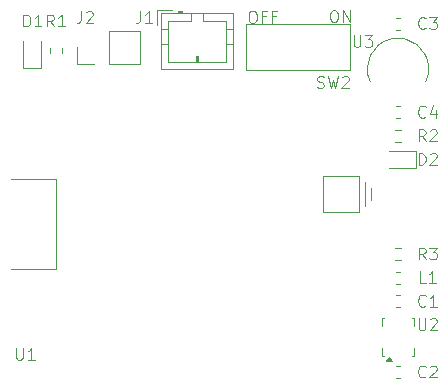
<source format=gbr>
%TF.GenerationSoftware,KiCad,Pcbnew,9.0.6*%
%TF.CreationDate,2026-02-27T13:09:19-08:00*%
%TF.ProjectId,C3_GestureDriver,43335f47-6573-4747-9572-654472697665,rev?*%
%TF.SameCoordinates,Original*%
%TF.FileFunction,Legend,Top*%
%TF.FilePolarity,Positive*%
%FSLAX46Y46*%
G04 Gerber Fmt 4.6, Leading zero omitted, Abs format (unit mm)*
G04 Created by KiCad (PCBNEW 9.0.6) date 2026-02-27 13:09:19*
%MOMM*%
%LPD*%
G01*
G04 APERTURE LIST*
%ADD10C,0.100000*%
%ADD11C,0.120000*%
G04 APERTURE END LIST*
D10*
X70594360Y-117922419D02*
X70784836Y-117922419D01*
X70784836Y-117922419D02*
X70880074Y-117970038D01*
X70880074Y-117970038D02*
X70975312Y-118065276D01*
X70975312Y-118065276D02*
X71022931Y-118255752D01*
X71022931Y-118255752D02*
X71022931Y-118589085D01*
X71022931Y-118589085D02*
X70975312Y-118779561D01*
X70975312Y-118779561D02*
X70880074Y-118874800D01*
X70880074Y-118874800D02*
X70784836Y-118922419D01*
X70784836Y-118922419D02*
X70594360Y-118922419D01*
X70594360Y-118922419D02*
X70499122Y-118874800D01*
X70499122Y-118874800D02*
X70403884Y-118779561D01*
X70403884Y-118779561D02*
X70356265Y-118589085D01*
X70356265Y-118589085D02*
X70356265Y-118255752D01*
X70356265Y-118255752D02*
X70403884Y-118065276D01*
X70403884Y-118065276D02*
X70499122Y-117970038D01*
X70499122Y-117970038D02*
X70594360Y-117922419D01*
X71784836Y-118398609D02*
X71451503Y-118398609D01*
X71451503Y-118922419D02*
X71451503Y-117922419D01*
X71451503Y-117922419D02*
X71927693Y-117922419D01*
X72641979Y-118398609D02*
X72308646Y-118398609D01*
X72308646Y-118922419D02*
X72308646Y-117922419D01*
X72308646Y-117922419D02*
X72784836Y-117922419D01*
X77494360Y-117872419D02*
X77684836Y-117872419D01*
X77684836Y-117872419D02*
X77780074Y-117920038D01*
X77780074Y-117920038D02*
X77875312Y-118015276D01*
X77875312Y-118015276D02*
X77922931Y-118205752D01*
X77922931Y-118205752D02*
X77922931Y-118539085D01*
X77922931Y-118539085D02*
X77875312Y-118729561D01*
X77875312Y-118729561D02*
X77780074Y-118824800D01*
X77780074Y-118824800D02*
X77684836Y-118872419D01*
X77684836Y-118872419D02*
X77494360Y-118872419D01*
X77494360Y-118872419D02*
X77399122Y-118824800D01*
X77399122Y-118824800D02*
X77303884Y-118729561D01*
X77303884Y-118729561D02*
X77256265Y-118539085D01*
X77256265Y-118539085D02*
X77256265Y-118205752D01*
X77256265Y-118205752D02*
X77303884Y-118015276D01*
X77303884Y-118015276D02*
X77399122Y-117920038D01*
X77399122Y-117920038D02*
X77494360Y-117872419D01*
X78351503Y-118872419D02*
X78351503Y-117872419D01*
X78351503Y-117872419D02*
X78922931Y-118872419D01*
X78922931Y-118872419D02*
X78922931Y-117872419D01*
X85333333Y-119362180D02*
X85285714Y-119409800D01*
X85285714Y-119409800D02*
X85142857Y-119457419D01*
X85142857Y-119457419D02*
X85047619Y-119457419D01*
X85047619Y-119457419D02*
X84904762Y-119409800D01*
X84904762Y-119409800D02*
X84809524Y-119314561D01*
X84809524Y-119314561D02*
X84761905Y-119219323D01*
X84761905Y-119219323D02*
X84714286Y-119028847D01*
X84714286Y-119028847D02*
X84714286Y-118885990D01*
X84714286Y-118885990D02*
X84761905Y-118695514D01*
X84761905Y-118695514D02*
X84809524Y-118600276D01*
X84809524Y-118600276D02*
X84904762Y-118505038D01*
X84904762Y-118505038D02*
X85047619Y-118457419D01*
X85047619Y-118457419D02*
X85142857Y-118457419D01*
X85142857Y-118457419D02*
X85285714Y-118505038D01*
X85285714Y-118505038D02*
X85333333Y-118552657D01*
X85666667Y-118457419D02*
X86285714Y-118457419D01*
X86285714Y-118457419D02*
X85952381Y-118838371D01*
X85952381Y-118838371D02*
X86095238Y-118838371D01*
X86095238Y-118838371D02*
X86190476Y-118885990D01*
X86190476Y-118885990D02*
X86238095Y-118933609D01*
X86238095Y-118933609D02*
X86285714Y-119028847D01*
X86285714Y-119028847D02*
X86285714Y-119266942D01*
X86285714Y-119266942D02*
X86238095Y-119362180D01*
X86238095Y-119362180D02*
X86190476Y-119409800D01*
X86190476Y-119409800D02*
X86095238Y-119457419D01*
X86095238Y-119457419D02*
X85809524Y-119457419D01*
X85809524Y-119457419D02*
X85714286Y-119409800D01*
X85714286Y-119409800D02*
X85666667Y-119362180D01*
X84738095Y-143957419D02*
X84738095Y-144766942D01*
X84738095Y-144766942D02*
X84785714Y-144862180D01*
X84785714Y-144862180D02*
X84833333Y-144909800D01*
X84833333Y-144909800D02*
X84928571Y-144957419D01*
X84928571Y-144957419D02*
X85119047Y-144957419D01*
X85119047Y-144957419D02*
X85214285Y-144909800D01*
X85214285Y-144909800D02*
X85261904Y-144862180D01*
X85261904Y-144862180D02*
X85309523Y-144766942D01*
X85309523Y-144766942D02*
X85309523Y-143957419D01*
X85738095Y-144052657D02*
X85785714Y-144005038D01*
X85785714Y-144005038D02*
X85880952Y-143957419D01*
X85880952Y-143957419D02*
X86119047Y-143957419D01*
X86119047Y-143957419D02*
X86214285Y-144005038D01*
X86214285Y-144005038D02*
X86261904Y-144052657D01*
X86261904Y-144052657D02*
X86309523Y-144147895D01*
X86309523Y-144147895D02*
X86309523Y-144243133D01*
X86309523Y-144243133D02*
X86261904Y-144385990D01*
X86261904Y-144385990D02*
X85690476Y-144957419D01*
X85690476Y-144957419D02*
X86309523Y-144957419D01*
X50658095Y-146457419D02*
X50658095Y-147266942D01*
X50658095Y-147266942D02*
X50705714Y-147362180D01*
X50705714Y-147362180D02*
X50753333Y-147409800D01*
X50753333Y-147409800D02*
X50848571Y-147457419D01*
X50848571Y-147457419D02*
X51039047Y-147457419D01*
X51039047Y-147457419D02*
X51134285Y-147409800D01*
X51134285Y-147409800D02*
X51181904Y-147362180D01*
X51181904Y-147362180D02*
X51229523Y-147266942D01*
X51229523Y-147266942D02*
X51229523Y-146457419D01*
X52229523Y-147457419D02*
X51658095Y-147457419D01*
X51943809Y-147457419D02*
X51943809Y-146457419D01*
X51943809Y-146457419D02*
X51848571Y-146600276D01*
X51848571Y-146600276D02*
X51753333Y-146695514D01*
X51753333Y-146695514D02*
X51658095Y-146743133D01*
X84761905Y-130957419D02*
X84761905Y-129957419D01*
X84761905Y-129957419D02*
X85000000Y-129957419D01*
X85000000Y-129957419D02*
X85142857Y-130005038D01*
X85142857Y-130005038D02*
X85238095Y-130100276D01*
X85238095Y-130100276D02*
X85285714Y-130195514D01*
X85285714Y-130195514D02*
X85333333Y-130385990D01*
X85333333Y-130385990D02*
X85333333Y-130528847D01*
X85333333Y-130528847D02*
X85285714Y-130719323D01*
X85285714Y-130719323D02*
X85238095Y-130814561D01*
X85238095Y-130814561D02*
X85142857Y-130909800D01*
X85142857Y-130909800D02*
X85000000Y-130957419D01*
X85000000Y-130957419D02*
X84761905Y-130957419D01*
X85714286Y-130052657D02*
X85761905Y-130005038D01*
X85761905Y-130005038D02*
X85857143Y-129957419D01*
X85857143Y-129957419D02*
X86095238Y-129957419D01*
X86095238Y-129957419D02*
X86190476Y-130005038D01*
X86190476Y-130005038D02*
X86238095Y-130052657D01*
X86238095Y-130052657D02*
X86285714Y-130147895D01*
X86285714Y-130147895D02*
X86285714Y-130243133D01*
X86285714Y-130243133D02*
X86238095Y-130385990D01*
X86238095Y-130385990D02*
X85666667Y-130957419D01*
X85666667Y-130957419D02*
X86285714Y-130957419D01*
X85333333Y-140957419D02*
X84857143Y-140957419D01*
X84857143Y-140957419D02*
X84857143Y-139957419D01*
X86190476Y-140957419D02*
X85619048Y-140957419D01*
X85904762Y-140957419D02*
X85904762Y-139957419D01*
X85904762Y-139957419D02*
X85809524Y-140100276D01*
X85809524Y-140100276D02*
X85714286Y-140195514D01*
X85714286Y-140195514D02*
X85619048Y-140243133D01*
X51280655Y-119244919D02*
X51280655Y-118244919D01*
X51280655Y-118244919D02*
X51518750Y-118244919D01*
X51518750Y-118244919D02*
X51661607Y-118292538D01*
X51661607Y-118292538D02*
X51756845Y-118387776D01*
X51756845Y-118387776D02*
X51804464Y-118483014D01*
X51804464Y-118483014D02*
X51852083Y-118673490D01*
X51852083Y-118673490D02*
X51852083Y-118816347D01*
X51852083Y-118816347D02*
X51804464Y-119006823D01*
X51804464Y-119006823D02*
X51756845Y-119102061D01*
X51756845Y-119102061D02*
X51661607Y-119197300D01*
X51661607Y-119197300D02*
X51518750Y-119244919D01*
X51518750Y-119244919D02*
X51280655Y-119244919D01*
X52804464Y-119244919D02*
X52233036Y-119244919D01*
X52518750Y-119244919D02*
X52518750Y-118244919D01*
X52518750Y-118244919D02*
X52423512Y-118387776D01*
X52423512Y-118387776D02*
X52328274Y-118483014D01*
X52328274Y-118483014D02*
X52233036Y-118530633D01*
X85333333Y-142862180D02*
X85285714Y-142909800D01*
X85285714Y-142909800D02*
X85142857Y-142957419D01*
X85142857Y-142957419D02*
X85047619Y-142957419D01*
X85047619Y-142957419D02*
X84904762Y-142909800D01*
X84904762Y-142909800D02*
X84809524Y-142814561D01*
X84809524Y-142814561D02*
X84761905Y-142719323D01*
X84761905Y-142719323D02*
X84714286Y-142528847D01*
X84714286Y-142528847D02*
X84714286Y-142385990D01*
X84714286Y-142385990D02*
X84761905Y-142195514D01*
X84761905Y-142195514D02*
X84809524Y-142100276D01*
X84809524Y-142100276D02*
X84904762Y-142005038D01*
X84904762Y-142005038D02*
X85047619Y-141957419D01*
X85047619Y-141957419D02*
X85142857Y-141957419D01*
X85142857Y-141957419D02*
X85285714Y-142005038D01*
X85285714Y-142005038D02*
X85333333Y-142052657D01*
X86285714Y-142957419D02*
X85714286Y-142957419D01*
X86000000Y-142957419D02*
X86000000Y-141957419D01*
X86000000Y-141957419D02*
X85904762Y-142100276D01*
X85904762Y-142100276D02*
X85809524Y-142195514D01*
X85809524Y-142195514D02*
X85714286Y-142243133D01*
X61166666Y-117957419D02*
X61166666Y-118671704D01*
X61166666Y-118671704D02*
X61119047Y-118814561D01*
X61119047Y-118814561D02*
X61023809Y-118909800D01*
X61023809Y-118909800D02*
X60880952Y-118957419D01*
X60880952Y-118957419D02*
X60785714Y-118957419D01*
X62166666Y-118957419D02*
X61595238Y-118957419D01*
X61880952Y-118957419D02*
X61880952Y-117957419D01*
X61880952Y-117957419D02*
X61785714Y-118100276D01*
X61785714Y-118100276D02*
X61690476Y-118195514D01*
X61690476Y-118195514D02*
X61595238Y-118243133D01*
X85333333Y-138957419D02*
X85000000Y-138481228D01*
X84761905Y-138957419D02*
X84761905Y-137957419D01*
X84761905Y-137957419D02*
X85142857Y-137957419D01*
X85142857Y-137957419D02*
X85238095Y-138005038D01*
X85238095Y-138005038D02*
X85285714Y-138052657D01*
X85285714Y-138052657D02*
X85333333Y-138147895D01*
X85333333Y-138147895D02*
X85333333Y-138290752D01*
X85333333Y-138290752D02*
X85285714Y-138385990D01*
X85285714Y-138385990D02*
X85238095Y-138433609D01*
X85238095Y-138433609D02*
X85142857Y-138481228D01*
X85142857Y-138481228D02*
X84761905Y-138481228D01*
X85666667Y-137957419D02*
X86285714Y-137957419D01*
X86285714Y-137957419D02*
X85952381Y-138338371D01*
X85952381Y-138338371D02*
X86095238Y-138338371D01*
X86095238Y-138338371D02*
X86190476Y-138385990D01*
X86190476Y-138385990D02*
X86238095Y-138433609D01*
X86238095Y-138433609D02*
X86285714Y-138528847D01*
X86285714Y-138528847D02*
X86285714Y-138766942D01*
X86285714Y-138766942D02*
X86238095Y-138862180D01*
X86238095Y-138862180D02*
X86190476Y-138909800D01*
X86190476Y-138909800D02*
X86095238Y-138957419D01*
X86095238Y-138957419D02*
X85809524Y-138957419D01*
X85809524Y-138957419D02*
X85714286Y-138909800D01*
X85714286Y-138909800D02*
X85666667Y-138862180D01*
X76166667Y-124409800D02*
X76309524Y-124457419D01*
X76309524Y-124457419D02*
X76547619Y-124457419D01*
X76547619Y-124457419D02*
X76642857Y-124409800D01*
X76642857Y-124409800D02*
X76690476Y-124362180D01*
X76690476Y-124362180D02*
X76738095Y-124266942D01*
X76738095Y-124266942D02*
X76738095Y-124171704D01*
X76738095Y-124171704D02*
X76690476Y-124076466D01*
X76690476Y-124076466D02*
X76642857Y-124028847D01*
X76642857Y-124028847D02*
X76547619Y-123981228D01*
X76547619Y-123981228D02*
X76357143Y-123933609D01*
X76357143Y-123933609D02*
X76261905Y-123885990D01*
X76261905Y-123885990D02*
X76214286Y-123838371D01*
X76214286Y-123838371D02*
X76166667Y-123743133D01*
X76166667Y-123743133D02*
X76166667Y-123647895D01*
X76166667Y-123647895D02*
X76214286Y-123552657D01*
X76214286Y-123552657D02*
X76261905Y-123505038D01*
X76261905Y-123505038D02*
X76357143Y-123457419D01*
X76357143Y-123457419D02*
X76595238Y-123457419D01*
X76595238Y-123457419D02*
X76738095Y-123505038D01*
X77071429Y-123457419D02*
X77309524Y-124457419D01*
X77309524Y-124457419D02*
X77500000Y-123743133D01*
X77500000Y-123743133D02*
X77690476Y-124457419D01*
X77690476Y-124457419D02*
X77928572Y-123457419D01*
X78261905Y-123552657D02*
X78309524Y-123505038D01*
X78309524Y-123505038D02*
X78404762Y-123457419D01*
X78404762Y-123457419D02*
X78642857Y-123457419D01*
X78642857Y-123457419D02*
X78738095Y-123505038D01*
X78738095Y-123505038D02*
X78785714Y-123552657D01*
X78785714Y-123552657D02*
X78833333Y-123647895D01*
X78833333Y-123647895D02*
X78833333Y-123743133D01*
X78833333Y-123743133D02*
X78785714Y-123885990D01*
X78785714Y-123885990D02*
X78214286Y-124457419D01*
X78214286Y-124457419D02*
X78833333Y-124457419D01*
X56166666Y-117957419D02*
X56166666Y-118671704D01*
X56166666Y-118671704D02*
X56119047Y-118814561D01*
X56119047Y-118814561D02*
X56023809Y-118909800D01*
X56023809Y-118909800D02*
X55880952Y-118957419D01*
X55880952Y-118957419D02*
X55785714Y-118957419D01*
X56595238Y-118052657D02*
X56642857Y-118005038D01*
X56642857Y-118005038D02*
X56738095Y-117957419D01*
X56738095Y-117957419D02*
X56976190Y-117957419D01*
X56976190Y-117957419D02*
X57071428Y-118005038D01*
X57071428Y-118005038D02*
X57119047Y-118052657D01*
X57119047Y-118052657D02*
X57166666Y-118147895D01*
X57166666Y-118147895D02*
X57166666Y-118243133D01*
X57166666Y-118243133D02*
X57119047Y-118385990D01*
X57119047Y-118385990D02*
X56547619Y-118957419D01*
X56547619Y-118957419D02*
X57166666Y-118957419D01*
X85333333Y-148862180D02*
X85285714Y-148909800D01*
X85285714Y-148909800D02*
X85142857Y-148957419D01*
X85142857Y-148957419D02*
X85047619Y-148957419D01*
X85047619Y-148957419D02*
X84904762Y-148909800D01*
X84904762Y-148909800D02*
X84809524Y-148814561D01*
X84809524Y-148814561D02*
X84761905Y-148719323D01*
X84761905Y-148719323D02*
X84714286Y-148528847D01*
X84714286Y-148528847D02*
X84714286Y-148385990D01*
X84714286Y-148385990D02*
X84761905Y-148195514D01*
X84761905Y-148195514D02*
X84809524Y-148100276D01*
X84809524Y-148100276D02*
X84904762Y-148005038D01*
X84904762Y-148005038D02*
X85047619Y-147957419D01*
X85047619Y-147957419D02*
X85142857Y-147957419D01*
X85142857Y-147957419D02*
X85285714Y-148005038D01*
X85285714Y-148005038D02*
X85333333Y-148052657D01*
X85714286Y-148052657D02*
X85761905Y-148005038D01*
X85761905Y-148005038D02*
X85857143Y-147957419D01*
X85857143Y-147957419D02*
X86095238Y-147957419D01*
X86095238Y-147957419D02*
X86190476Y-148005038D01*
X86190476Y-148005038D02*
X86238095Y-148052657D01*
X86238095Y-148052657D02*
X86285714Y-148147895D01*
X86285714Y-148147895D02*
X86285714Y-148243133D01*
X86285714Y-148243133D02*
X86238095Y-148385990D01*
X86238095Y-148385990D02*
X85666667Y-148957419D01*
X85666667Y-148957419D02*
X86285714Y-148957419D01*
X79238095Y-119957419D02*
X79238095Y-120766942D01*
X79238095Y-120766942D02*
X79285714Y-120862180D01*
X79285714Y-120862180D02*
X79333333Y-120909800D01*
X79333333Y-120909800D02*
X79428571Y-120957419D01*
X79428571Y-120957419D02*
X79619047Y-120957419D01*
X79619047Y-120957419D02*
X79714285Y-120909800D01*
X79714285Y-120909800D02*
X79761904Y-120862180D01*
X79761904Y-120862180D02*
X79809523Y-120766942D01*
X79809523Y-120766942D02*
X79809523Y-119957419D01*
X80190476Y-119957419D02*
X80809523Y-119957419D01*
X80809523Y-119957419D02*
X80476190Y-120338371D01*
X80476190Y-120338371D02*
X80619047Y-120338371D01*
X80619047Y-120338371D02*
X80714285Y-120385990D01*
X80714285Y-120385990D02*
X80761904Y-120433609D01*
X80761904Y-120433609D02*
X80809523Y-120528847D01*
X80809523Y-120528847D02*
X80809523Y-120766942D01*
X80809523Y-120766942D02*
X80761904Y-120862180D01*
X80761904Y-120862180D02*
X80714285Y-120909800D01*
X80714285Y-120909800D02*
X80619047Y-120957419D01*
X80619047Y-120957419D02*
X80333333Y-120957419D01*
X80333333Y-120957419D02*
X80238095Y-120909800D01*
X80238095Y-120909800D02*
X80190476Y-120862180D01*
X85333333Y-126862180D02*
X85285714Y-126909800D01*
X85285714Y-126909800D02*
X85142857Y-126957419D01*
X85142857Y-126957419D02*
X85047619Y-126957419D01*
X85047619Y-126957419D02*
X84904762Y-126909800D01*
X84904762Y-126909800D02*
X84809524Y-126814561D01*
X84809524Y-126814561D02*
X84761905Y-126719323D01*
X84761905Y-126719323D02*
X84714286Y-126528847D01*
X84714286Y-126528847D02*
X84714286Y-126385990D01*
X84714286Y-126385990D02*
X84761905Y-126195514D01*
X84761905Y-126195514D02*
X84809524Y-126100276D01*
X84809524Y-126100276D02*
X84904762Y-126005038D01*
X84904762Y-126005038D02*
X85047619Y-125957419D01*
X85047619Y-125957419D02*
X85142857Y-125957419D01*
X85142857Y-125957419D02*
X85285714Y-126005038D01*
X85285714Y-126005038D02*
X85333333Y-126052657D01*
X86190476Y-126290752D02*
X86190476Y-126957419D01*
X85952381Y-125909800D02*
X85714286Y-126624085D01*
X85714286Y-126624085D02*
X86333333Y-126624085D01*
X53852083Y-119244919D02*
X53518750Y-118768728D01*
X53280655Y-119244919D02*
X53280655Y-118244919D01*
X53280655Y-118244919D02*
X53661607Y-118244919D01*
X53661607Y-118244919D02*
X53756845Y-118292538D01*
X53756845Y-118292538D02*
X53804464Y-118340157D01*
X53804464Y-118340157D02*
X53852083Y-118435395D01*
X53852083Y-118435395D02*
X53852083Y-118578252D01*
X53852083Y-118578252D02*
X53804464Y-118673490D01*
X53804464Y-118673490D02*
X53756845Y-118721109D01*
X53756845Y-118721109D02*
X53661607Y-118768728D01*
X53661607Y-118768728D02*
X53280655Y-118768728D01*
X54804464Y-119244919D02*
X54233036Y-119244919D01*
X54518750Y-119244919D02*
X54518750Y-118244919D01*
X54518750Y-118244919D02*
X54423512Y-118387776D01*
X54423512Y-118387776D02*
X54328274Y-118483014D01*
X54328274Y-118483014D02*
X54233036Y-118530633D01*
X85333333Y-128957419D02*
X85000000Y-128481228D01*
X84761905Y-128957419D02*
X84761905Y-127957419D01*
X84761905Y-127957419D02*
X85142857Y-127957419D01*
X85142857Y-127957419D02*
X85238095Y-128005038D01*
X85238095Y-128005038D02*
X85285714Y-128052657D01*
X85285714Y-128052657D02*
X85333333Y-128147895D01*
X85333333Y-128147895D02*
X85333333Y-128290752D01*
X85333333Y-128290752D02*
X85285714Y-128385990D01*
X85285714Y-128385990D02*
X85238095Y-128433609D01*
X85238095Y-128433609D02*
X85142857Y-128481228D01*
X85142857Y-128481228D02*
X84761905Y-128481228D01*
X85714286Y-128052657D02*
X85761905Y-128005038D01*
X85761905Y-128005038D02*
X85857143Y-127957419D01*
X85857143Y-127957419D02*
X86095238Y-127957419D01*
X86095238Y-127957419D02*
X86190476Y-128005038D01*
X86190476Y-128005038D02*
X86238095Y-128052657D01*
X86238095Y-128052657D02*
X86285714Y-128147895D01*
X86285714Y-128147895D02*
X86285714Y-128243133D01*
X86285714Y-128243133D02*
X86238095Y-128385990D01*
X86238095Y-128385990D02*
X85666667Y-128957419D01*
X85666667Y-128957419D02*
X86285714Y-128957419D01*
D11*
%TO.C,C3*%
X83140580Y-118490000D02*
X82859420Y-118490000D01*
X83140580Y-119510000D02*
X82859420Y-119510000D01*
%TO.C,U2*%
X81640000Y-143890000D02*
X81815000Y-143890000D01*
X81640000Y-144565000D02*
X81640000Y-143890000D01*
X81640000Y-147110000D02*
X81640000Y-146435000D01*
X81815000Y-147110000D02*
X81640000Y-147110000D01*
X84185000Y-143890000D02*
X84360000Y-143890000D01*
X84360000Y-143890000D02*
X84360000Y-144565000D01*
X84360000Y-146435000D02*
X84360000Y-147110000D01*
X84360000Y-147110000D02*
X84185000Y-147110000D01*
X82490000Y-147570000D02*
X82010000Y-147570000D01*
X82250000Y-147240000D01*
X82490000Y-147570000D01*
G36*
X82490000Y-147570000D02*
G01*
X82010000Y-147570000D01*
X82250000Y-147240000D01*
X82490000Y-147570000D01*
G37*
D10*
%TO.C,U1*%
X50260000Y-139810000D02*
X54070000Y-139810000D01*
X54070000Y-132190000D02*
X50260000Y-132190000D01*
X54070000Y-139810000D02*
X54070000Y-132190000D01*
X76676000Y-131936000D02*
X79724000Y-131936000D01*
X76676000Y-134984000D02*
X76676000Y-131936000D01*
X79724000Y-131936000D02*
X79724000Y-134984000D01*
X79724000Y-134984000D02*
X76676000Y-134984000D01*
X80232000Y-134476000D02*
X80232000Y-132444000D01*
X80740000Y-133968000D02*
X80740000Y-132952000D01*
D11*
%TO.C,D2*%
X82200000Y-131235000D02*
X84485000Y-131235000D01*
X84485000Y-129765000D02*
X82200000Y-129765000D01*
X84485000Y-131235000D02*
X84485000Y-129765000D01*
%TO.C,L1*%
X82837221Y-139990000D02*
X83162779Y-139990000D01*
X82837221Y-141010000D02*
X83162779Y-141010000D01*
%TO.C,D1*%
X51283750Y-120487500D02*
X51283750Y-122772500D01*
X51283750Y-122772500D02*
X52753750Y-122772500D01*
X52753750Y-122772500D02*
X52753750Y-120487500D01*
%TO.C,C1*%
X83140580Y-141990000D02*
X82859420Y-141990000D01*
X83140580Y-143010000D02*
X82859420Y-143010000D01*
%TO.C,J1*%
X62640000Y-117840000D02*
X62640000Y-119090000D01*
X62940000Y-119450000D02*
X63550000Y-119450000D01*
X62940000Y-120750000D02*
X63550000Y-120750000D01*
X63550000Y-118750000D02*
X63550000Y-122250000D01*
X63550000Y-122250000D02*
X68450000Y-122250000D01*
X63890000Y-117840000D02*
X62640000Y-117840000D01*
X64400000Y-117940000D02*
X64400000Y-118140000D01*
X64700000Y-117940000D02*
X64400000Y-117940000D01*
X64700000Y-118040000D02*
X64400000Y-118040000D01*
X64700000Y-118140000D02*
X64700000Y-117940000D01*
X65500000Y-118140000D02*
X65500000Y-118750000D01*
X65500000Y-118750000D02*
X63550000Y-118750000D01*
X65900000Y-121750000D02*
X66100000Y-121750000D01*
X65900000Y-122250000D02*
X65900000Y-121750000D01*
X66000000Y-122250000D02*
X66000000Y-121750000D01*
X66100000Y-121750000D02*
X66100000Y-122250000D01*
X66500000Y-118750000D02*
X66500000Y-118140000D01*
X68450000Y-118750000D02*
X66500000Y-118750000D01*
X68450000Y-122250000D02*
X68450000Y-118750000D01*
X69060000Y-119450000D02*
X68450000Y-119450000D01*
X69060000Y-120750000D02*
X68450000Y-120750000D01*
X62940000Y-118140000D02*
X69060000Y-118140000D01*
X69060000Y-122860000D01*
X62940000Y-122860000D01*
X62940000Y-118140000D01*
%TO.C,R3*%
X83237258Y-137977500D02*
X82762742Y-137977500D01*
X83237258Y-139022500D02*
X82762742Y-139022500D01*
%TO.C,SW2*%
D10*
X70100000Y-119050000D02*
X78900000Y-119050000D01*
X78900000Y-122950000D01*
X70100000Y-122950000D01*
X70100000Y-119050000D01*
D11*
%TO.C,J2*%
X55845000Y-122380000D02*
X55845000Y-121000000D01*
X57225000Y-122380000D02*
X55845000Y-122380000D01*
X58495000Y-119620000D02*
X61145000Y-119620000D01*
X58495000Y-122380000D02*
X58495000Y-119620000D01*
X58495000Y-122380000D02*
X61145000Y-122380000D01*
X61145000Y-122380000D02*
X61145000Y-119620000D01*
%TO.C,C2*%
X83140580Y-147990000D02*
X82859420Y-147990000D01*
X83140580Y-149010000D02*
X82859420Y-149010000D01*
D10*
%TO.C,U3*%
X80646144Y-123931548D02*
G75*
G02*
X85599144Y-122813948I2352617J1107827D01*
G01*
X85599144Y-122813948D02*
G75*
G02*
X85345144Y-123956948I-2704885J1363D01*
G01*
D11*
%TO.C,C4*%
X83140580Y-125990000D02*
X82859420Y-125990000D01*
X83140580Y-127010000D02*
X82859420Y-127010000D01*
%TO.C,R1*%
X53496250Y-121524758D02*
X53496250Y-121050242D01*
X54541250Y-121524758D02*
X54541250Y-121050242D01*
%TO.C,R2*%
X83237258Y-127977500D02*
X82762742Y-127977500D01*
X83237258Y-129022500D02*
X82762742Y-129022500D01*
%TD*%
M02*

</source>
